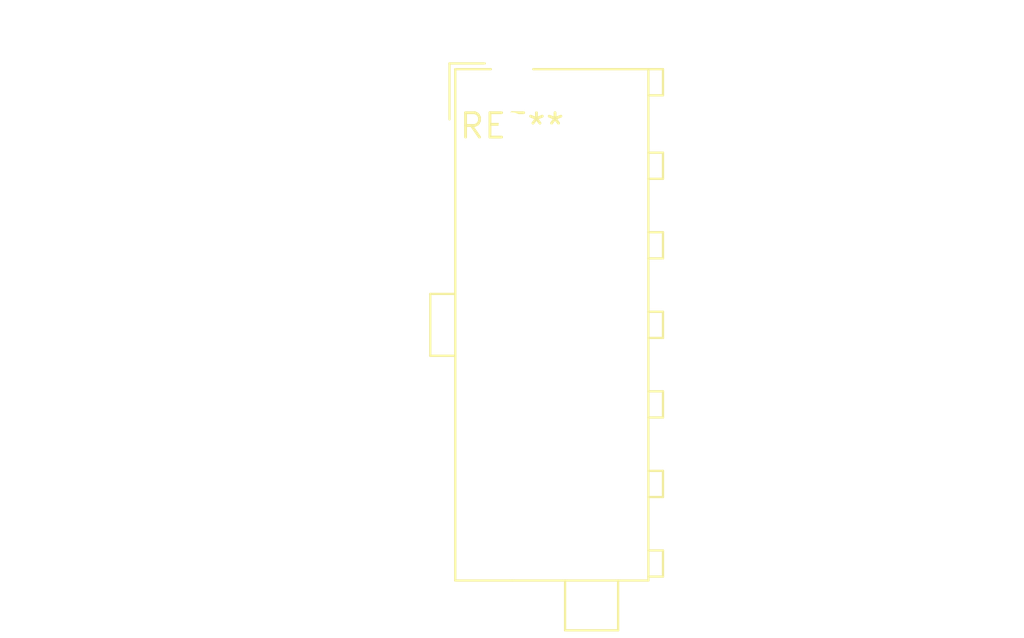
<source format=kicad_pcb>
(kicad_pcb (version 20240108) (generator pcbnew)
  (layers (0 "F.Cu" signal) (31 "B.Cu" signal) (34 "B.Paste" user) (35 "F.Paste" user) (36 "B.SilkS" user "B.Silkscreen") (37 "F.SilkS" user "F.Silkscreen") (38 "B.Mask" user) (39 "F.Mask" user) (44 "Edge.Cuts" user))
  (net 0 "")
  (footprint "TE_MATE-N-LOK_1-770621-x_2x06_P4.14mm_Vertical" (layer "F.Cu") (at 0 0)
    (property "Reference" "REF**")
    (property "Value" "TE_MATE-N-LOK_1-770621-x_2x06_P4.14mm_Vertical")
    (fp_line (start -4.255 8.74) (end -4.255 11.96) (layer "F.SilkS") (stroke (width 0.12)))
    (fp_line (start -4.255 11.96) (end -2.955 11.96) (layer "F.SilkS") (stroke (width 0.12)))
    (fp_line (start -3.255 -3.255) (end -3.255 -0.345) (layer "F.SilkS") (stroke (width 0.12)))
    (fp_line (start -2.955 -2.955) (end -2.955 23.655) (layer "F.SilkS") (stroke (width 0.12)))
    (fp_line (start -2.955 8.74) (end -4.255 8.74) (layer "F.SilkS") (stroke (width 0.12)))
    (fp_line (start -2.955 23.655) (end 0 23.655) (layer "F.SilkS") (stroke (width 0.12)))
    (fp_line (start -1.42066 -3.255) (end -3.255 -3.255) (layer "F.SilkS") (stroke (width 0.12)))
    (fp_line (start -1.103302 -2.955) (end -2.955 -2.955) (layer "F.SilkS") (stroke (width 0.12)))
    (fp_line (start 1.103302 -2.955) (end 7.095 -2.955) (layer "F.SilkS") (stroke (width 0.12)))
    (fp_line (start 2.76 23.655) (end 2.76 26.246) (layer "F.SilkS") (stroke (width 0.12)))
    (fp_line (start 2.76 26.246) (end 5.52 26.246) (layer "F.SilkS") (stroke (width 0.12)))
    (fp_line (start 5.52 26.246) (end 5.52 23.655) (layer "F.SilkS") (stroke (width 0.12)))
    (fp_line (start 7.095 -2.955) (end 7.095 23.655) (layer "F.SilkS") (stroke (width 0.12)))
    (fp_line (start 7.095 -2.955) (end 7.855 -2.955) (layer "F.SilkS") (stroke (width 0.12)))
    (fp_line (start 7.095 1.39) (end 7.855 1.39) (layer "F.SilkS") (stroke (width 0.12)))
    (fp_line (start 7.095 5.53) (end 7.855 5.53) (layer "F.SilkS") (stroke (width 0.12)))
    (fp_line (start 7.095 9.67) (end 7.855 9.67) (layer "F.SilkS") (stroke (width 0.12)))
    (fp_line (start 7.095 13.81) (end 7.855 13.81) (layer "F.SilkS") (stroke (width 0.12)))
    (fp_line (start 7.095 17.95) (end 7.855 17.95) (layer "F.SilkS") (stroke (width 0.12)))
    (fp_line (start 7.095 22.09) (end 7.855 22.09) (layer "F.SilkS") (stroke (width 0.12)))
    (fp_line (start 7.095 23.655) (end 0 23.655) (layer "F.SilkS") (stroke (width 0.12)))
    (fp_line (start 7.855 -2.955) (end 7.855 -1.595) (layer "F.SilkS") (stroke (width 0.12)))
    (fp_line (start 7.855 -1.595) (end 7.095 -1.595) (layer "F.SilkS") (stroke (width 0.12)))
    (fp_line (start 7.855 1.39) (end 7.855 2.75) (layer "F.SilkS") (stroke (width 0.12)))
    (fp_line (start 7.855 2.75) (end 7.095 2.75) (layer "F.SilkS") (stroke (width 0.12)))
    (fp_line (start 7.855 5.53) (end 7.855 6.89) (layer "F.SilkS") (stroke (width 0.12)))
    (fp_line (start 7.855 6.89) (end 7.095 6.89) (layer "F.SilkS") (stroke (width 0.12)))
    (fp_line (start 7.855 9.67) (end 7.855 11.03) (layer "F.SilkS") (stroke (width 0.12)))
    (fp_line (start 7.855 11.03) (end 7.095 11.03) (layer "F.SilkS") (stroke (width 0.12)))
    (fp_line (start 7.855 13.81) (end 7.855 15.17) (layer "F.SilkS") (stroke (width 0.12)))
    (fp_line (start 7.855 15.17) (end 7.095 15.17) (layer "F.SilkS") (stroke (width 0.12)))
    (fp_line (start 7.855 17.95) (end 7.855 19.31) (layer "F.SilkS") (stroke (width 0.12)))
    (fp_line (start 7.855 19.31) (end 7.095 19.31) (layer "F.SilkS") (stroke (width 0.12)))
    (fp_line (start 7.855 22.09) (end 7.855 23.45) (layer "F.SilkS") (stroke (width 0.12)))
    (fp_line (start 7.855 23.45) (end 7.095 23.45) (layer "F.SilkS") (stroke (width 0.12)))
    (pad "" np_thru_hole circle (at 0 -4.44) (size 3.18 3.18) (drill 3.18) (layers *.Cu *.Mask))
    (pad "1" thru_hole roundrect (at 0 0) (size 2.64 2.64) (drill 1.4) (layers *.Cu *.Mask) (remove_unused_layers) (roundrect_rratio 0.094697))
    (pad "2" thru_hole circle (at 0 4.14) (size 2.64 2.64) (drill 1.4) (layers *.Cu *.Mask) (remove_unused_layers))
    (pad "3" thru_hole circle (at 0 8.28) (size 2.64 2.64) (drill 1.4) (layers *.Cu *.Mask) (remove_unused_layers))
    (pad "4" thru_hole circle (at 0 12.42) (size 2.64 2.64) (drill 1.4) (layers *.Cu *.Mask) (remove_unused_layers))
    (pad "5" thru_hole circle (at 0 16.56) (size 2.64 2.64) (drill 1.4) (layers *.Cu *.Mask) (remove_unused_layers))
    (pad "6" thru_hole circle (at 0 20.7) (size 2.64 2.64) (drill 1.4) (layers *.Cu *.Mask) (remove_unused_layers))
    (pad "7" thru_hole circle (at 4.14 0) (size 2.64 2.64) (drill 1.4) (layers *.Cu *.Mask) (remove_unused_layers))
    (pad "8" thru_hole circle (at 4.14 4.14) (size 2.64 2.64) (drill 1.4) (layers *.Cu *.Mask) (remove_unused_layers))
    (pad "9" thru_hole circle (at 4.14 8.28) (size 2.64 2.64) (drill 1.4) (layers *.Cu *.Mask) (remove_unused_layers))
    (pad "10" thru_hole circle (at 4.14 12.42) (size 2.64 2.64) (drill 1.4) (layers *.Cu *.Mask) (remove_unused_layers))
    (pad "11" thru_hole circle (at 4.14 16.56) (size 2.64 2.64) (drill 1.4) (layers *.Cu *.Mask) (remove_unused_layers))
    (pad "12" thru_hole circle (at 4.14 20.7) (size 2.64 2.64) (drill 1.4) (layers *.Cu *.Mask) (remove_unused_layers))
  )
)
</source>
